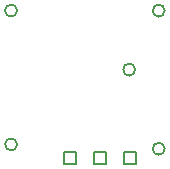
<source format=gbr>
G04*
G04 #@! TF.GenerationSoftware,Altium Limited,Altium Designer,24.1.2 (44)*
G04*
G04 Layer_Color=2752767*
%FSLAX25Y25*%
%MOIN*%
G70*
G04*
G04 #@! TF.SameCoordinates,C47F8A19-97F9-4067-9C4D-816D2AB984C8*
G04*
G04*
G04 #@! TF.FilePolarity,Positive*
G04*
G01*
G75*
%ADD11C,0.00500*%
%ADD25C,0.00667*%
D11*
X37370Y7842D02*
Y11842D01*
X41370D01*
Y7842D01*
X37370D01*
X27370D02*
Y11842D01*
X31370D01*
Y7842D01*
X27370D01*
X47370D02*
Y11842D01*
X51370D01*
Y7842D01*
X47370D01*
D25*
X11842Y14443D02*
G03*
X11842Y14443I-2000J0D01*
G01*
X61055Y12997D02*
G03*
X61055Y12997I-2000J0D01*
G01*
Y59055D02*
G03*
X61055Y59055I-2000J0D01*
G01*
X11842D02*
G03*
X11842Y59055I-2000J0D01*
G01*
X51213Y39370D02*
G03*
X51213Y39370I-2000J0D01*
G01*
M02*

</source>
